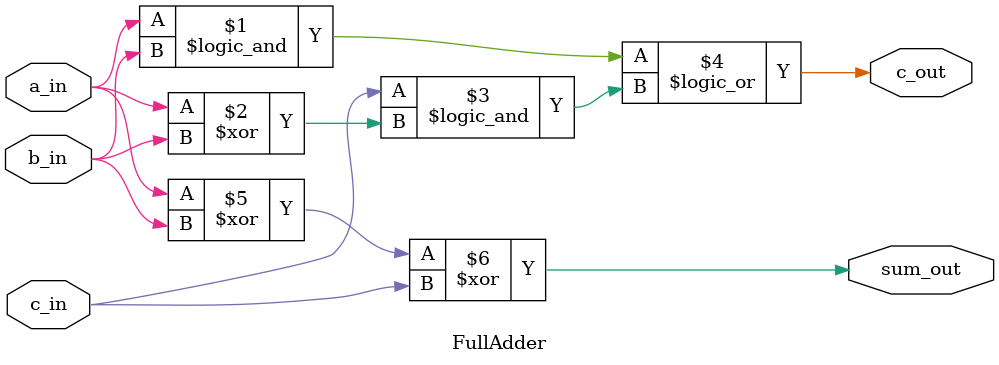
<source format=sv>
`include "preamble.sv"

/**
 * Three bit adder, with ripple-carry compatible outputs.
 */
module FullAdder (
    output var logic c_out,
    output var logic sum_out,
    input var  logic a_in,
    input var  logic b_in,
    input var  logic c_in
);
  assign c_out   = (a_in && b_in) || (c_in && (a_in ^ b_in));
  assign sum_out = a_in ^ b_in ^ c_in;
endmodule

</source>
